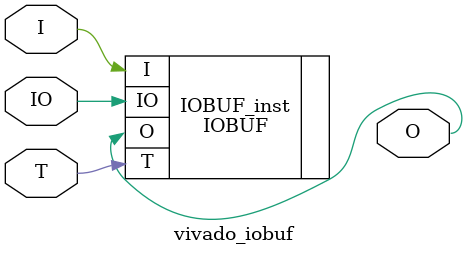
<source format=sv>
`timescale 1ns / 1ps

module vivado_iobuf(
    input wire I,
    input wire T,
    output wire O,
    inout wire IO
);

   // IOBUF: Single-ended Bi-directional Buffer
   //        All devices
   // Xilinx HDL Language Template, version 2023.2

   IOBUF #(
      .DRIVE(12), // Specify the output drive strength
      .IBUF_LOW_PWR("TRUE"),  // Low Power - "TRUE", High Performance = "FALSE"
      .IOSTANDARD("DEFAULT"), // Specify the I/O standard
      .SLEW("SLOW") // Specify the output slew rate
   ) IOBUF_inst (
      .O(O),     // Buffer output
      .IO(IO),   // Buffer inout port (connect directly to top-level port)
      .I(I),     // Buffer input
      .T(T)      // 3-state enable input, high=input, low=output
   );

   // End of IOBUF_inst instantiation

endmodule

</source>
